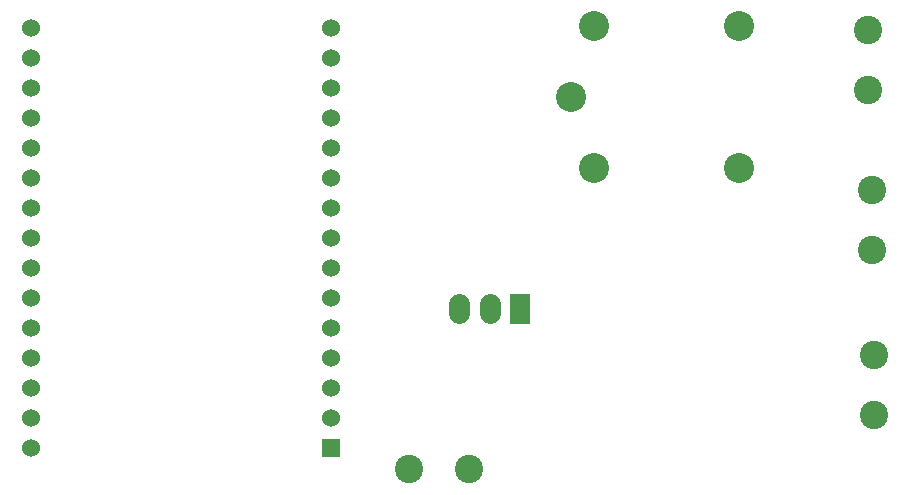
<source format=gbl>
G04 Layer: BottomLayer*
G04 EasyEDA v6.4.20.6, 2021-07-28T17:52:38+05:30*
G04 7673a310b3b046d6880bcf56e2675785,cb7c4d428bdd4184835f340970a17a1a,10*
G04 Gerber Generator version 0.2*
G04 Scale: 100 percent, Rotated: No, Reflected: No *
G04 Dimensions in millimeters *
G04 leading zeros omitted , absolute positions ,4 integer and 5 decimal *
%FSLAX45Y45*%
%MOMM*%

%ADD16R,1.5240X1.5240*%
%ADD17C,1.5240*%
%ADD18C,2.4000*%
%ADD19C,2.5400*%
%ADD20R,1.8000X2.6000*%
%ADD21C,1.8000*%

%LPD*%
D16*
G01*
X5295900Y3568700D03*
D17*
G01*
X5295900Y3822700D03*
G01*
X5295900Y4076700D03*
G01*
X5295900Y4330700D03*
G01*
X5295900Y4584700D03*
G01*
X5295900Y4838700D03*
G01*
X5295900Y5092700D03*
G01*
X5295900Y5346700D03*
G01*
X5295900Y5600700D03*
G01*
X5295900Y5854700D03*
G01*
X5295900Y6108700D03*
G01*
X5295900Y6362700D03*
G01*
X5295900Y6616700D03*
G01*
X5295900Y6870700D03*
G01*
X5295900Y7124700D03*
G01*
X2755900Y7124700D03*
G01*
X2755900Y6870700D03*
G01*
X2755900Y6616700D03*
G01*
X2755900Y6362700D03*
G01*
X2755900Y6108700D03*
G01*
X2755900Y5854700D03*
G01*
X2755900Y5600700D03*
G01*
X2755900Y5346700D03*
G01*
X2755900Y5092700D03*
G01*
X2755900Y4838700D03*
G01*
X2755900Y4584700D03*
G01*
X2755900Y4330700D03*
G01*
X2755900Y4076700D03*
G01*
X2755900Y3822700D03*
G01*
X2755900Y3568700D03*
D18*
G01*
X5956300Y3390900D03*
G01*
X6464300Y3390900D03*
G01*
X9893300Y4356100D03*
G01*
X9893300Y3848100D03*
G01*
X9842500Y7112000D03*
G01*
X9842500Y6604000D03*
G01*
X9880600Y5753100D03*
G01*
X9880600Y5245100D03*
D19*
G01*
X8749106Y5940501D03*
G01*
X8749106Y7140498D03*
G01*
X7529093Y7140498D03*
G01*
X7529093Y5940501D03*
G01*
X7329093Y6540500D03*
D20*
G01*
X6898101Y4749299D03*
D21*
X6644101Y4709299D02*
G01*
X6644101Y4789299D01*
X6386088Y4710290D02*
G01*
X6386088Y4790290D01*
M02*

</source>
